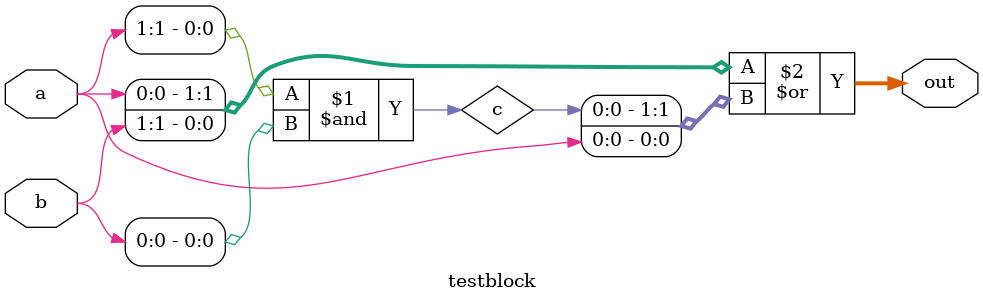
<source format=v>
module testblock(a, b, out);

    input[1:0]a, b;
    output[1:0] out;
    wire c;

    and (c, a[1], b[0]);
    or (out, {a[0], b[1]}, {c, a[0]});

endmodule
</source>
